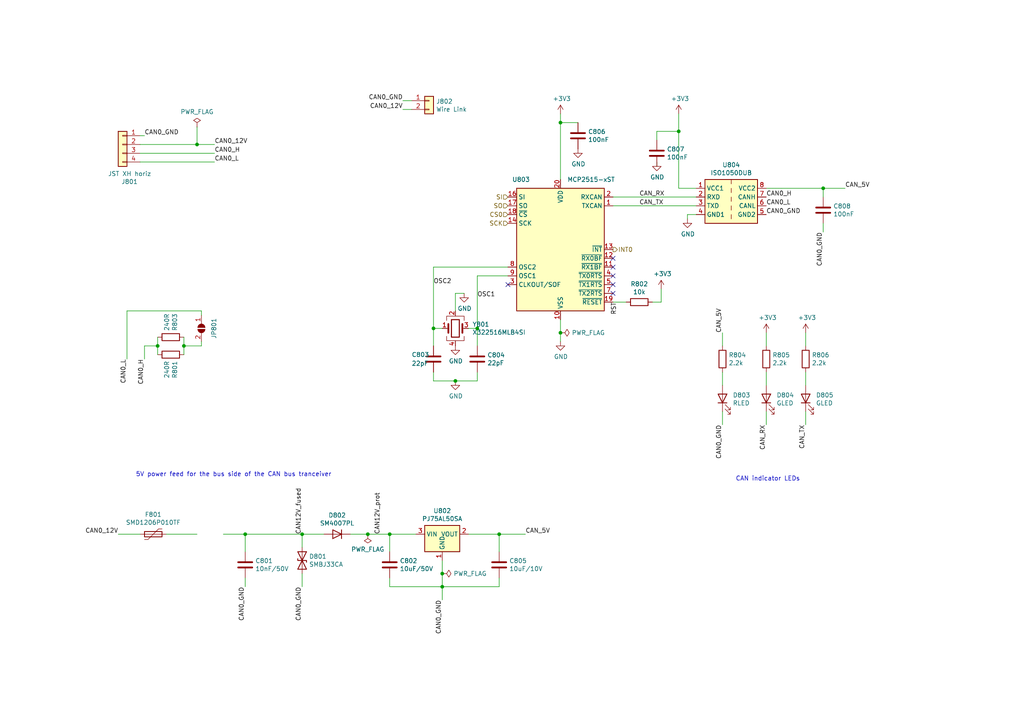
<source format=kicad_sch>
(kicad_sch (version 20210621) (generator eeschema)
  (paper "A4")
  (title_block (title "Sailor Hat for Raspberry Pi") (date "2021-08-19") (rev "v1.0.1") (company "Hat Labs Ltd") (comment 1 "https://creativecommons.org/licenses/by/4.0") (comment 2 "To view a copy of this license, visit ") (comment 3 "Sailor Hat for Raspberry Pi is licensed under CC BY 4.0."))
  (lib_symbols
    (symbol "Connector_Generic:Conn_01x02" (pin_names (offset 1.016) hide)
      (property "Reference" "J" (at 0 2.54 0))
      (property "Value" "Conn_01x02" (at 0 -5.08 0))
      (symbol "Conn_01x02_1_1"
        (rectangle (start -1.27 -2.413) (end 0 -2.667) (stroke (width 0.1524)))
        (rectangle (start -1.27 0.127) (end 0 -0.127) (stroke (width 0.1524)))
        (rectangle (start -1.27 1.27) (end 1.27 -3.81) (stroke (width 0.254)) (fill (type background)))
        (pin passive line (at -5.08 0 0) (length 3.81) (name "Pin_1") (number "1"))
        (pin passive line (at -5.08 -2.54 0) (length 3.81) (name "Pin_2") (number "2"))
      )
    )
    (symbol "Connector_Generic:Conn_01x04" (pin_names (offset 1.016) hide)
      (property "Reference" "J" (at 0 5.08 0))
      (property "Value" "Conn_01x04" (at 0 -7.62 0))
      (symbol "Conn_01x04_1_1"
        (rectangle (start -1.27 -4.953) (end 0 -5.207) (stroke (width 0.1524)))
        (rectangle (start -1.27 -2.413) (end 0 -2.667) (stroke (width 0.1524)))
        (rectangle (start -1.27 0.127) (end 0 -0.127) (stroke (width 0.1524)))
        (rectangle (start -1.27 2.667) (end 0 2.413) (stroke (width 0.1524)))
        (rectangle (start -1.27 3.81) (end 1.27 -6.35) (stroke (width 0.254)) (fill (type background)))
        (pin passive line (at -5.08 2.54 0) (length 3.81) (name "Pin_1") (number "1"))
        (pin passive line (at -5.08 0 0) (length 3.81) (name "Pin_2") (number "2"))
        (pin passive line (at -5.08 -2.54 0) (length 3.81) (name "Pin_3") (number "3"))
        (pin passive line (at -5.08 -5.08 0) (length 3.81) (name "Pin_4") (number "4"))
      )
    )
    (symbol "Device:C" (pin_numbers hide) (pin_names (offset 0.254))
      (property "Reference" "C" (at 0.635 2.54 0))
      (property "Value" "C" (at 0.635 -2.54 0))
      (symbol "C_0_1"
        (polyline (pts (xy -2.032 -0.762) (xy 2.032 -0.762)) (stroke (width 0.508)))
        (polyline (pts (xy -2.032 0.762) (xy 2.032 0.762)) (stroke (width 0.508)))
      )
      (symbol "C_1_1"
        (pin passive line (at 0 3.81 270) (length 2.794) (name "~") (number "1"))
        (pin passive line (at 0 -3.81 90) (length 2.794) (name "~") (number "2"))
      )
    )
    (symbol "Device:Crystal_GND24" (pin_names (offset 1.016) hide)
      (property "Reference" "Y" (at 3.175 5.08 0))
      (property "Value" "Crystal_GND24" (at 3.175 3.175 0))
      (symbol "Crystal_GND24_0_1"
        (rectangle (start -1.143 2.54) (end 1.143 -2.54) (stroke (width 0.3048)))
        (polyline (pts (xy -2.54 0) (xy -2.032 0)))
        (polyline (pts (xy -2.032 -1.27) (xy -2.032 1.27)) (stroke (width 0.508)))
        (polyline (pts (xy 0 -3.81) (xy 0 -3.556)))
        (polyline (pts (xy 0 3.556) (xy 0 3.81)))
        (polyline (pts (xy 2.032 -1.27) (xy 2.032 1.27)) (stroke (width 0.508)))
        (polyline (pts (xy 2.032 0) (xy 2.54 0)))
        (polyline (pts (xy -2.54 -2.286) (xy -2.54 -3.556) (xy 2.54 -3.556) (xy 2.54 -2.286)))
        (polyline (pts (xy -2.54 2.286) (xy -2.54 3.556) (xy 2.54 3.556) (xy 2.54 2.286)))
      )
      (symbol "Crystal_GND24_1_1"
        (pin passive line (at -3.81 0 0) (length 1.27) (name "1") (number "1"))
        (pin passive line (at 0 5.08 270) (length 1.27) (name "2") (number "2"))
        (pin passive line (at 3.81 0 180) (length 1.27) (name "3") (number "3"))
        (pin passive line (at 0 -5.08 90) (length 1.27) (name "4") (number "4"))
      )
    )
    (symbol "Device:D" (pin_numbers hide) (pin_names (offset 1.016) hide)
      (property "Reference" "D" (at 0 2.54 0))
      (property "Value" "D" (at 0 -2.54 0))
      (symbol "D_0_1"
        (polyline (pts (xy -1.27 1.27) (xy -1.27 -1.27)) (stroke (width 0.254)))
        (polyline (pts (xy 1.27 0) (xy -1.27 0)))
        (polyline (pts (xy 1.27 1.27) (xy 1.27 -1.27) (xy -1.27 0) (xy 1.27 1.27)) (stroke (width 0.254)))
      )
      (symbol "D_1_1"
        (pin passive line (at -3.81 0 0) (length 2.54) (name "K") (number "1"))
        (pin passive line (at 3.81 0 180) (length 2.54) (name "A") (number "2"))
      )
    )
    (symbol "Device:D_TVS" (pin_numbers hide) (pin_names (offset 1.016) hide)
      (property "Reference" "D" (at 0 2.54 0))
      (property "Value" "D_TVS" (at 0 -2.54 0))
      (symbol "D_TVS_0_1"
        (polyline (pts (xy 1.27 0) (xy -1.27 0)))
        (polyline (pts (xy 0.508 1.27) (xy 0 1.27) (xy 0 -1.27) (xy -0.508 -1.27)) (stroke (width 0.254)))
        (polyline (pts (xy -2.54 1.27) (xy -2.54 -1.27) (xy 2.54 1.27) (xy 2.54 -1.27) (xy -2.54 1.27)) (stroke (width 0.254)))
      )
      (symbol "D_TVS_1_1"
        (pin passive line (at -3.81 0 0) (length 2.54) (name "A1") (number "1"))
        (pin passive line (at 3.81 0 180) (length 2.54) (name "A2") (number "2"))
      )
    )
    (symbol "Device:LED" (pin_numbers hide) (pin_names (offset 1.016) hide)
      (property "Reference" "D" (at 0 2.54 0))
      (property "Value" "LED" (at 0 -2.54 0))
      (symbol "LED_0_1"
        (polyline (pts (xy -1.27 -1.27) (xy -1.27 1.27)) (stroke (width 0.254)))
        (polyline (pts (xy -1.27 0) (xy 1.27 0)))
        (polyline (pts (xy 1.27 -1.27) (xy 1.27 1.27) (xy -1.27 0) (xy 1.27 -1.27)) (stroke (width 0.254)))
        (polyline (pts (xy -3.048 -0.762) (xy -4.572 -2.286) (xy -3.81 -2.286) (xy -4.572 -2.286) (xy -4.572 -1.524)))
        (polyline (pts (xy -1.778 -0.762) (xy -3.302 -2.286) (xy -2.54 -2.286) (xy -3.302 -2.286) (xy -3.302 -1.524)))
      )
      (symbol "LED_1_1"
        (pin passive line (at -3.81 0 0) (length 2.54) (name "K") (number "1"))
        (pin passive line (at 3.81 0 180) (length 2.54) (name "A") (number "2"))
      )
    )
    (symbol "Device:Polyfuse" (pin_numbers hide) (pin_names (offset 0))
      (property "Reference" "F" (at -2.54 0 90))
      (property "Value" "Polyfuse" (at 2.54 0 90))
      (symbol "Polyfuse_0_1"
        (rectangle (start -0.762 2.54) (end 0.762 -2.54) (stroke (width 0.254)))
        (polyline (pts (xy 0 2.54) (xy 0 -2.54)))
        (polyline (pts (xy -1.524 2.54) (xy -1.524 1.524) (xy 1.524 -1.524) (xy 1.524 -2.54)))
      )
      (symbol "Polyfuse_1_1"
        (pin passive line (at 0 3.81 270) (length 1.27) (name "~") (number "1"))
        (pin passive line (at 0 -3.81 90) (length 1.27) (name "~") (number "2"))
      )
    )
    (symbol "Device:R" (pin_numbers hide) (pin_names (offset 0))
      (property "Reference" "R" (at 2.032 0 90))
      (property "Value" "R" (at 0 0 90))
      (symbol "R_0_1"
        (rectangle (start -1.016 -2.54) (end 1.016 2.54) (stroke (width 0.254)))
      )
      (symbol "R_1_1"
        (pin passive line (at 0 3.81 270) (length 1.27) (name "~") (number "1"))
        (pin passive line (at 0 -3.81 90) (length 1.27) (name "~") (number "2"))
      )
    )
    (symbol "Interface_CAN_LIN:ISO1050DUB"
      (property "Reference" "U" (at -6.35 6.35 0))
      (property "Value" "ISO1050DUB" (at 2.54 6.35 0))
      (symbol "ISO1050DUB_0_1"
        (rectangle (start -7.62 5.08) (end 7.62 -7.62) (stroke (width 0.254)) (fill (type background)))
        (polyline (pts (xy 0 -5.08) (xy 0 -6.35)))
        (polyline (pts (xy 0 -2.54) (xy 0 -3.81)))
        (polyline (pts (xy 0 0) (xy 0 -1.27)))
        (polyline (pts (xy 0 2.54) (xy 0 1.27)))
        (polyline (pts (xy 0 5.08) (xy 0 3.81)))
      )
      (symbol "ISO1050DUB_1_1"
        (pin power_in line (at -10.16 2.54 0) (length 2.54) (name "VCC1") (number "1"))
        (pin output line (at -10.16 0 0) (length 2.54) (name "RXD") (number "2"))
        (pin input line (at -10.16 -2.54 0) (length 2.54) (name "TXD") (number "3"))
        (pin power_in line (at -10.16 -5.08 0) (length 2.54) (name "GND1") (number "4"))
        (pin power_in line (at 10.16 -5.08 180) (length 2.54) (name "GND2") (number "5"))
        (pin bidirectional line (at 10.16 -2.54 180) (length 2.54) (name "CANL") (number "6"))
        (pin bidirectional line (at 10.16 0 180) (length 2.54) (name "CANH") (number "7"))
        (pin power_in line (at 10.16 2.54 180) (length 2.54) (name "VCC2") (number "8"))
      )
    )
    (symbol "Interface_CAN_LIN:MCP2515-xST"
      (property "Reference" "U" (at -10.16 19.685 0))
      (property "Value" "MCP2515-xST" (at 19.05 20.32 0))
      (symbol "MCP2515-xST_0_1"
        (rectangle (start -12.7 17.78) (end 12.7 -17.78) (stroke (width 0.254)) (fill (type background)))
      )
      (symbol "MCP2515-xST_1_1"
        (pin output line (at 15.24 12.7 180) (length 2.54) (name "TXCAN") (number "1"))
        (pin power_in line (at 0 -20.32 90) (length 2.54) (name "VSS") (number "10"))
        (pin output line (at 15.24 -5.08 180) (length 2.54) (name "~{RX1BF}") (number "11"))
        (pin output line (at 15.24 -2.54 180) (length 2.54) (name "~{RX0BF}") (number "12"))
        (pin output line (at 15.24 0 180) (length 2.54) (name "~{INT}") (number "13"))
        (pin input line (at -15.24 7.62 0) (length 2.54) (name "SCK") (number "14"))
        (pin no_connect line (at -12.7 -2.54 0) (length 2.54) hide (name "NC") (number "15"))
        (pin input line (at -15.24 15.24 0) (length 2.54) (name "SI") (number "16"))
        (pin output line (at -15.24 12.7 0) (length 2.54) (name "SO") (number "17"))
        (pin input line (at -15.24 10.16 0) (length 2.54) (name "~{CS}") (number "18"))
        (pin input line (at 15.24 -15.24 180) (length 2.54) (name "~{RESET}") (number "19"))
        (pin input line (at 15.24 15.24 180) (length 2.54) (name "RXCAN") (number "2"))
        (pin power_in line (at 0 20.32 270) (length 2.54) (name "VDD") (number "20"))
        (pin output line (at -15.24 -10.16 0) (length 2.54) (name "CLKOUT/SOF") (number "3"))
        (pin input line (at 15.24 -7.62 180) (length 2.54) (name "~{TX0RTS}") (number "4"))
        (pin input line (at 15.24 -10.16 180) (length 2.54) (name "~{TX1RTS}") (number "5"))
        (pin no_connect line (at -12.7 0 0) (length 2.54) hide (name "NC") (number "6"))
        (pin input line (at 15.24 -12.7 180) (length 2.54) (name "~{TX2RTS}") (number "7"))
        (pin output line (at -15.24 -5.08 0) (length 2.54) (name "OSC2") (number "8"))
        (pin input line (at -15.24 -7.62 0) (length 2.54) (name "OSC1") (number "9"))
      )
    )
    (symbol "Jumper:SolderJumper_2_Open" (pin_names (offset 0) hide)
      (property "Reference" "JP" (at 0 2.032 0))
      (property "Value" "SolderJumper_2_Open" (at 0 -2.54 0))
      (symbol "SolderJumper_2_Open_0_1"
        (arc (start -0.254 1.016) (mid -1.27 0) (end -0.254 -1.016))
        (arc (start -0.254 1.016) (mid -1.27 0) (end -0.254 -1.016) (fill (type outline)))
        (polyline (pts (xy -0.254 1.016) (xy -0.254 -1.016)))
        (polyline (pts (xy 0.254 1.016) (xy 0.254 -1.016)))
        (arc (start 0.254 -1.016) (mid 1.27 0) (end 0.254 1.016))
        (arc (start 0.254 -1.016) (mid 1.27 0) (end 0.254 1.016) (fill (type outline)))
      )
      (symbol "SolderJumper_2_Open_1_1"
        (pin passive line (at -3.81 0 0) (length 2.54) (name "A") (number "1"))
        (pin passive line (at 3.81 0 180) (length 2.54) (name "B") (number "2"))
      )
    )
    (symbol "SH-RPi:HT75xx-1-SOT23"
      (property "Reference" "U" (at -5.08 -3.81 0))
      (property "Value" "HT75xx-1-SOT23" (at 0 6.35 0))
      (symbol "HT75xx-1-SOT23_0_1"
        (rectangle (start -5.08 5.08) (end 5.08 -2.54) (stroke (width 0.254)) (fill (type background)))
      )
      (symbol "HT75xx-1-SOT23_1_1"
        (pin power_in line (at 0 -5.08 90) (length 2.54) (name "GND") (number "1"))
        (pin power_out line (at 7.62 2.54 180) (length 2.54) (name "VOUT") (number "2"))
        (pin power_in line (at -7.62 2.54 0) (length 2.54) (name "VIN") (number "3"))
      )
    )
    (symbol "power:+3.3V" (power) (pin_names (offset 0))
      (property "Value" "+3.3V" (at 0 3.556 0))
      (symbol "+3.3V_0_1"
        (polyline (pts (xy -0.762 1.27) (xy 0 2.54)))
        (polyline (pts (xy 0 0) (xy 0 2.54)))
        (polyline (pts (xy 0 2.54) (xy 0.762 1.27)))
      )
      (symbol "+3.3V_1_1"
        (pin power_in line (at 0 0 90) (length 0) hide (name "+3V3") (number "1"))
      )
    )
    (symbol "power:GND" (power) (pin_names (offset 0))
      (property "Value" "GND" (at 0 -3.81 0))
      (symbol "GND_0_1"
        (polyline (pts (xy 0 0) (xy 0 -1.27) (xy 1.27 -1.27) (xy 0 -2.54) (xy -1.27 -1.27) (xy 0 -1.27)))
      )
      (symbol "GND_1_1"
        (pin power_in line (at 0 0 270) (length 0) hide (name "GND") (number "1"))
      )
    )
    (symbol "power:PWR_FLAG" (power) (pin_numbers hide) (pin_names (offset 0) hide)
      (property "Value" "PWR_FLAG" (at 0 3.81 0))
      (symbol "PWR_FLAG_0_0"
        (pin power_out line (at 0 0 90) (length 0) (name "pwr") (number "1"))
      )
      (symbol "PWR_FLAG_0_1"
        (polyline (pts (xy 0 0) (xy 0 1.27) (xy -1.016 1.905) (xy 0 2.54) (xy 1.016 1.905) (xy 0 1.27)))
      )
    )
  )
  (junction (at 45.72 100.33))
  (junction (at 53.34 100.33))
  (junction (at 57.15 41.91))
  (junction (at 71.12 154.94))
  (junction (at 87.63 154.94))
  (junction (at 106.68 154.94))
  (junction (at 113.03 154.94))
  (junction (at 125.73 95.25))
  (junction (at 128.27 166.37))
  (junction (at 128.27 170.18))
  (junction (at 132.08 110.49))
  (junction (at 138.43 95.25))
  (junction (at 144.78 154.94))
  (junction (at 162.56 35.56))
  (junction (at 162.56 96.52))
  (junction (at 196.85 38.1))
  (junction (at 238.76 54.61))
  (no_connect (at 147.32 82.55))
  (no_connect (at 177.8 74.93))
  (no_connect (at 177.8 77.47))
  (no_connect (at 177.8 80.01))
  (no_connect (at 177.8 82.55))
  (no_connect (at 177.8 85.09))
  (wire (pts (xy 34.29 154.94) (xy 40.64 154.94)))
  (wire (pts (xy 36.83 90.17) (xy 36.83 104.14)))
  (wire (pts (xy 40.64 39.37) (xy 41.91 39.37)))
  (wire (pts (xy 40.64 41.91) (xy 57.15 41.91)))
  (wire (pts (xy 40.64 44.45) (xy 62.23 44.45)))
  (wire (pts (xy 40.64 46.99) (xy 62.23 46.99)))
  (wire (pts (xy 41.91 104.14) (xy 41.91 100.33)))
  (wire (pts (xy 45.72 100.33) (xy 41.91 100.33)))
  (wire (pts (xy 45.72 100.33) (xy 45.72 97.79)))
  (wire (pts (xy 45.72 102.87) (xy 45.72 100.33)))
  (wire (pts (xy 48.26 154.94) (xy 57.15 154.94)))
  (wire (pts (xy 53.34 100.33) (xy 53.34 97.79)))
  (wire (pts (xy 53.34 100.33) (xy 58.42 100.33)))
  (wire (pts (xy 53.34 102.87) (xy 53.34 100.33)))
  (wire (pts (xy 57.15 41.91) (xy 57.15 36.83)))
  (wire (pts (xy 57.15 41.91) (xy 62.23 41.91)))
  (wire (pts (xy 58.42 90.17) (xy 36.83 90.17)))
  (wire (pts (xy 58.42 90.17) (xy 58.42 91.44)))
  (wire (pts (xy 58.42 100.33) (xy 58.42 99.06)))
  (wire (pts (xy 64.77 154.94) (xy 71.12 154.94)))
  (wire (pts (xy 71.12 154.94) (xy 87.63 154.94)))
  (wire (pts (xy 71.12 160.02) (xy 71.12 154.94)))
  (wire (pts (xy 71.12 167.64) (xy 71.12 170.18)))
  (wire (pts (xy 87.63 154.94) (xy 93.98 154.94)))
  (wire (pts (xy 87.63 158.75) (xy 87.63 154.94)))
  (wire (pts (xy 87.63 166.37) (xy 87.63 170.18)))
  (wire (pts (xy 101.6 154.94) (xy 106.68 154.94)))
  (wire (pts (xy 106.68 154.94) (xy 113.03 154.94)))
  (wire (pts (xy 113.03 154.94) (xy 120.65 154.94)))
  (wire (pts (xy 113.03 160.02) (xy 113.03 154.94)))
  (wire (pts (xy 113.03 167.64) (xy 113.03 170.18)))
  (wire (pts (xy 113.03 170.18) (xy 128.27 170.18)))
  (wire (pts (xy 119.38 29.21) (xy 116.84 29.21)))
  (wire (pts (xy 119.38 31.75) (xy 116.84 31.75)))
  (wire (pts (xy 125.73 77.47) (xy 125.73 95.25)))
  (wire (pts (xy 125.73 95.25) (xy 125.73 100.33)))
  (wire (pts (xy 125.73 95.25) (xy 128.27 95.25)))
  (wire (pts (xy 125.73 107.95) (xy 125.73 110.49)))
  (wire (pts (xy 125.73 110.49) (xy 132.08 110.49)))
  (wire (pts (xy 128.27 166.37) (xy 128.27 162.56)))
  (wire (pts (xy 128.27 170.18) (xy 128.27 166.37)))
  (wire (pts (xy 128.27 170.18) (xy 144.78 170.18)))
  (wire (pts (xy 128.27 173.99) (xy 128.27 170.18)))
  (wire (pts (xy 132.08 85.09) (xy 134.62 85.09)))
  (wire (pts (xy 132.08 90.17) (xy 132.08 85.09)))
  (wire (pts (xy 132.08 110.49) (xy 138.43 110.49)))
  (wire (pts (xy 135.89 95.25) (xy 138.43 95.25)))
  (wire (pts (xy 135.89 154.94) (xy 144.78 154.94)))
  (wire (pts (xy 138.43 80.01) (xy 138.43 95.25)))
  (wire (pts (xy 138.43 80.01) (xy 147.32 80.01)))
  (wire (pts (xy 138.43 95.25) (xy 138.43 100.33)))
  (wire (pts (xy 138.43 110.49) (xy 138.43 107.95)))
  (wire (pts (xy 144.78 160.02) (xy 144.78 154.94)))
  (wire (pts (xy 144.78 170.18) (xy 144.78 167.64)))
  (wire (pts (xy 147.32 77.47) (xy 125.73 77.47)))
  (wire (pts (xy 152.4 154.94) (xy 144.78 154.94)))
  (wire (pts (xy 162.56 33.02) (xy 162.56 35.56)))
  (wire (pts (xy 162.56 35.56) (xy 162.56 52.07)))
  (wire (pts (xy 162.56 96.52) (xy 162.56 92.71)))
  (wire (pts (xy 162.56 99.06) (xy 162.56 96.52)))
  (wire (pts (xy 167.64 35.56) (xy 162.56 35.56)))
  (wire (pts (xy 177.8 57.15) (xy 201.93 57.15)))
  (wire (pts (xy 177.8 59.69) (xy 201.93 59.69)))
  (wire (pts (xy 181.61 87.63) (xy 177.8 87.63)))
  (wire (pts (xy 190.5 38.1) (xy 196.85 38.1)))
  (wire (pts (xy 190.5 40.64) (xy 190.5 38.1)))
  (wire (pts (xy 190.5 48.26) (xy 190.5 46.99)))
  (wire (pts (xy 191.77 83.82) (xy 191.77 87.63)))
  (wire (pts (xy 191.77 87.63) (xy 189.23 87.63)))
  (wire (pts (xy 196.85 33.02) (xy 196.85 38.1)))
  (wire (pts (xy 196.85 38.1) (xy 196.85 54.61)))
  (wire (pts (xy 196.85 54.61) (xy 201.93 54.61)))
  (wire (pts (xy 199.39 62.23) (xy 201.93 62.23)))
  (wire (pts (xy 199.39 63.5) (xy 199.39 62.23)))
  (wire (pts (xy 209.55 96.52) (xy 209.55 100.33)))
  (wire (pts (xy 209.55 107.95) (xy 209.55 111.76)))
  (wire (pts (xy 209.55 119.38) (xy 209.55 123.19)))
  (wire (pts (xy 222.25 100.33) (xy 222.25 96.52)))
  (wire (pts (xy 222.25 111.76) (xy 222.25 107.95)))
  (wire (pts (xy 222.25 123.19) (xy 222.25 119.38)))
  (wire (pts (xy 233.68 96.52) (xy 233.68 100.33)))
  (wire (pts (xy 233.68 111.76) (xy 233.68 107.95)))
  (wire (pts (xy 233.68 123.19) (xy 233.68 119.38)))
  (wire (pts (xy 238.76 54.61) (xy 222.25 54.61)))
  (wire (pts (xy 238.76 57.15) (xy 238.76 54.61)))
  (wire (pts (xy 238.76 67.31) (xy 238.76 64.77)))
  (wire (pts (xy 245.11 54.61) (xy 238.76 54.61)))
  (text "5V power feed for the bus side of the CAN bus tranceiver" (at 39.37 138.43 0) (effects (font (size 1.27 1.27)) (justify left bottom)))
  (text "CAN indicator LEDs" (at 213.36 139.7 0) (effects (font (size 1.27 1.27)) (justify left bottom)))
  (label "CAN0_12V" (at 34.29 154.94 180))
  (label "CAN0_L" (at 36.83 104.14 270))
  (label "CAN0_GND" (at 41.91 39.37 0))
  (label "CAN0_H" (at 41.91 104.14 270))
  (label "CAN0_12V" (at 62.23 41.91 0))
  (label "CAN0_H" (at 62.23 44.45 0))
  (label "CAN0_L" (at 62.23 46.99 0))
  (label "CAN0_GND" (at 71.12 170.18 270))
  (label "CAN12V_fused" (at 87.63 154.94 90))
  (label "CAN0_GND" (at 87.63 170.18 270))
  (label "CAN12V_prot" (at 110.49 154.94 90))
  (label "CAN0_GND" (at 116.84 29.21 180))
  (label "CAN0_12V" (at 116.84 31.75 180))
  (label "OSC2" (at 125.73 82.55 0))
  (label "CAN0_GND" (at 128.27 173.99 270))
  (label "OSC1" (at 138.43 86.36 0))
  (label "CAN_5V" (at 152.4 154.94 0))
  (label "RST" (at 179.07 87.63 270))
  (label "CAN_RX" (at 185.42 57.15 0))
  (label "CAN_TX" (at 185.42 59.69 0))
  (label "CAN_5V" (at 209.55 96.52 90))
  (label "CAN0_GND" (at 209.55 123.19 270))
  (label "CAN0_H" (at 222.25 57.15 0))
  (label "CAN0_L" (at 222.25 59.69 0))
  (label "CAN0_GND" (at 222.25 62.23 0))
  (label "CAN_RX" (at 222.25 123.19 270))
  (label "CAN_TX" (at 233.68 123.19 270))
  (label "CAN0_GND" (at 238.76 67.31 270))
  (label "CAN_5V" (at 245.11 54.61 0))
  (hierarchical_label "SI" (shape input) (at 147.32 57.15 180))
  (hierarchical_label "SO" (shape input) (at 147.32 59.69 180))
  (hierarchical_label "CS0" (shape input) (at 147.32 62.23 180))
  (hierarchical_label "SCK" (shape input) (at 147.32 64.77 180))
  (hierarchical_label "INT0" (shape output) (at 177.8 72.39 0))
  (symbol (lib_id "power:+3.3V") (at 162.56 33.02 0) (unit 1)
    (property "Reference" "#PWR0106" (effects hide))
    (property "Value" "+3.3V" (at 162.941 28.6258 0))
  )
  (symbol (lib_id "power:+3.3V") (at 191.77 83.82 0) (unit 1)
    (property "Reference" "#PWR0105" (effects hide))
    (property "Value" "+3.3V" (at 192.151 79.4258 0))
  )
  (symbol (lib_id "power:+3.3V") (at 196.85 33.02 0) (unit 1)
    (property "Reference" "#PWR0107" (effects hide))
    (property "Value" "+3.3V" (at 197.231 28.6258 0))
  )
  (symbol (lib_id "power:+3.3V") (at 222.25 96.52 0) (unit 1)
    (property "Reference" "#PWR0808" (effects hide))
    (property "Value" "+3.3V" (at 222.631 92.1258 0))
  )
  (symbol (lib_id "power:+3.3V") (at 233.68 96.52 0) (unit 1)
    (property "Reference" "#PWR0809" (effects hide))
    (property "Value" "+3.3V" (at 234.061 92.1258 0))
  )
  (symbol (lib_id "power:PWR_FLAG") (at 57.15 36.83 0)
    (property "Reference" "#FLG0801" (effects hide))
    (property "Value" "PWR_FLAG" (at 57.15 32.4358 0))
  )
  (symbol (lib_id "power:PWR_FLAG") (at 106.68 154.94 180)
    (property "Reference" "#FLG0802" (effects hide))
    (property "Value" "PWR_FLAG" (at 106.68 159.3342 0))
  )
  (symbol (lib_id "power:PWR_FLAG") (at 128.27 166.37 270)
    (property "Reference" "#FLG0803" (effects hide))
    (property "Value" "PWR_FLAG" (at 131.5212 166.37 90) (effects (justify left)))
  )
  (symbol (lib_id "power:PWR_FLAG") (at 162.56 96.52 270) (unit 1)
    (property "Reference" "#FLG0101" (effects hide))
    (property "Value" "PWR_FLAG" (at 165.8112 96.52 90) (effects (justify left)))
  )
  (symbol (lib_id "power:GND") (at 132.08 100.33 0) (unit 1)
    (property "Reference" "#PWR0801" (effects hide))
    (property "Value" "GND" (at 132.207 104.7242 0))
  )
  (symbol (lib_id "power:GND") (at 132.08 110.49 0) (unit 1)
    (property "Reference" "#PWR0802" (effects hide))
    (property "Value" "GND" (at 132.207 114.8842 0))
  )
  (symbol (lib_id "power:GND") (at 134.62 85.09 0) (unit 1)
    (property "Reference" "#PWR0803" (effects hide))
    (property "Value" "GND" (at 134.747 89.4842 0))
  )
  (symbol (lib_id "power:GND") (at 162.56 99.06 0) (unit 1)
    (property "Reference" "#PWR0804" (effects hide))
    (property "Value" "GND" (at 162.687 103.4542 0))
  )
  (symbol (lib_id "power:GND") (at 167.64 43.18 0) (unit 1)
    (property "Reference" "#PWR0805" (effects hide))
    (property "Value" "GND" (at 167.767 47.5742 0))
  )
  (symbol (lib_id "power:GND") (at 190.5 46.99 0) (unit 1)
    (property "Reference" "#PWR0806" (effects hide))
    (property "Value" "GND" (at 190.627 51.3842 0))
  )
  (symbol (lib_id "power:GND") (at 199.39 63.5 0) (unit 1)
    (property "Reference" "#PWR0807" (effects hide))
    (property "Value" "GND" (at 199.517 67.8942 0))
  )
  (symbol (lib_id "Jumper:SolderJumper_2_Open") (at 58.42 95.25 270) (unit 1)
    (property "Reference" "JP801" (at 62.0522 95.25 0))
    (property "Value" "Term" (effects hide))
    (property "Footprint" "SH-RPi:SolderJumper-2_P1.3mm_Open_TrianglePad_Narrow" (effects hide))
  )
  (symbol (lib_id "Device:R") (at 49.53 97.79 270) (mirror x) (unit 1)
    (property "Reference" "R803" (at 50.6984 96.012 0) (effects (justify left)))
    (property "Value" "240R" (at 48.387 96.012 0) (effects (justify left)))
    (property "Footprint" "Resistor_SMD:R_0805_2012Metric" (effects hide))
    (property "LCSC" "C17572" (effects hide))
  )
  (symbol (lib_id "Device:R") (at 49.53 102.87 270) (unit 1)
    (property "Reference" "R801" (at 50.6984 104.648 0) (effects (justify left)))
    (property "Value" "240R" (at 48.387 104.648 0) (effects (justify left)))
    (property "Footprint" "Resistor_SMD:R_0805_2012Metric" (effects hide))
    (property "LCSC" "C17572" (effects hide))
  )
  (symbol (lib_id "Device:R") (at 185.42 87.63 270) (unit 1)
    (property "Reference" "R802" (at 185.42 82.3722 90))
    (property "Value" "10k" (at 185.42 84.6836 90))
    (property "Footprint" "Resistor_SMD:R_0402_1005Metric" (effects hide))
    (property "LCSC" "C25744" (effects hide))
  )
  (symbol (lib_id "Device:R") (at 209.55 104.14 0)
    (property "Reference" "R804" (at 211.328 102.9716 0) (effects (justify left)))
    (property "Value" "2.2k" (at 211.328 105.283 0) (effects (justify left)))
    (property "Footprint" "Resistor_SMD:R_0402_1005Metric" (effects hide))
    (property "LCSC" "C25879" (effects hide))
  )
  (symbol (lib_id "Device:R") (at 222.25 104.14 0)
    (property "Reference" "R805" (at 224.028 102.9716 0) (effects (justify left)))
    (property "Value" "2.2k" (at 224.028 105.283 0) (effects (justify left)))
    (property "Footprint" "Resistor_SMD:R_0402_1005Metric" (effects hide))
    (property "LCSC" "C25879" (effects hide))
  )
  (symbol (lib_id "Device:R") (at 233.68 104.14 0)
    (property "Reference" "R806" (at 235.458 102.9716 0) (effects (justify left)))
    (property "Value" "2.2k" (at 235.458 105.283 0) (effects (justify left)))
    (property "Footprint" "Resistor_SMD:R_0402_1005Metric" (effects hide))
    (property "LCSC" "C25879" (effects hide))
  )
  (symbol (lib_id "Device:D_TVS") (at 87.63 162.56 270)
    (property "Reference" "D801" (at 89.6366 161.3916 90) (effects (justify left)))
    (property "Value" "SMBJ33CA" (at 89.6366 163.703 90) (effects (justify left)))
    (property "Footprint" "Diode_SMD:D_SMB" (effects hide))
    (property "LCSC" "C114000" (effects hide))
  )
  (symbol (lib_id "Device:D") (at 97.79 154.94 180)
    (property "Reference" "D802" (at 97.79 149.4536 0))
    (property "Value" "SM4007PL" (at 97.79 151.765 0))
    (property "Footprint" "Diode_SMD:D_SOD-123F" (effects hide))
    (property "LCSC" "C64898" (effects hide))
  )
  (symbol (lib_id "Device:Polyfuse") (at 44.45 154.94 270)
    (property "Reference" "F801" (at 44.45 149.225 90))
    (property "Value" "SMD1206P010TF" (at 44.45 151.5364 90))
    (property "Footprint" "Fuse:Fuse_1206_3216Metric" (effects hide))
    (property "LCSC" "C20981" (effects hide))
  )
  (symbol (lib_id "Device:LED") (at 209.55 115.57 90)
    (property "Reference" "D803" (at 212.5218 114.6048 90) (effects (justify right)))
    (property "Value" "RLED" (at 212.5218 116.9162 90) (effects (justify right)))
    (property "Footprint" "LED_SMD:LED_0603_1608Metric" (effects hide))
    (property "LCSC" "C2286" (effects hide))
  )
  (symbol (lib_id "Device:LED") (at 222.25 115.57 90)
    (property "Reference" "D804" (at 225.2218 114.6048 90) (effects (justify right)))
    (property "Value" "GLED" (at 225.2218 116.9162 90) (effects (justify right)))
    (property "Footprint" "LED_SMD:LED_0603_1608Metric" (effects hide))
    (property "LCSC" "C72043" (effects hide))
  )
  (symbol (lib_id "Device:LED") (at 233.68 115.57 90)
    (property "Reference" "D805" (at 236.6518 114.6048 90) (effects (justify right)))
    (property "Value" "GLED" (at 236.6518 116.9162 90) (effects (justify right)))
    (property "Footprint" "LED_SMD:LED_0603_1608Metric" (effects hide))
    (property "LCSC" "C72043" (effects hide))
  )
  (symbol (lib_id "Connector_Generic:Conn_01x02") (at 124.46 29.21 0) (unit 1)
    (property "Reference" "J802" (at 126.492 29.4132 0) (effects (justify left)))
    (property "Value" "Wire Link" (at 126.492 31.7246 0) (effects (justify left)))
    (property "Footprint" "SH-RPi:WireLink_1x02_P2.54mm" (effects hide))
  )
  (symbol (lib_id "Device:C") (at 71.12 163.83 0)
    (property "Reference" "C801" (at 74.041 162.6616 0) (effects (justify left)))
    (property "Value" "10nF/50V" (at 74.041 164.973 0) (effects (justify left)))
    (property "Footprint" "Capacitor_SMD:C_0402_1005Metric" (effects hide))
    (property "LCSC" "C15195" (effects hide))
  )
  (symbol (lib_id "Device:C") (at 113.03 163.83 0)
    (property "Reference" "C802" (at 115.951 162.6616 0) (effects (justify left)))
    (property "Value" "10uF/50V" (at 115.951 164.973 0) (effects (justify left)))
    (property "Footprint" "Capacitor_SMD:C_1206_3216Metric" (effects hide))
    (property "LCSC" "C13585" (effects hide))
  )
  (symbol (lib_id "Device:C") (at 125.73 104.14 0) (unit 1)
    (property "Reference" "C803" (at 119.38 102.87 0) (effects (justify left)))
    (property "Value" "22pF" (at 119.38 105.41 0) (effects (justify left)))
    (property "Footprint" "Capacitor_SMD:C_0402_1005Metric" (effects hide))
    (property "LCSC" "C1555" (effects hide))
  )
  (symbol (lib_id "Device:C") (at 138.43 104.14 0) (unit 1)
    (property "Reference" "C804" (at 141.351 102.9716 0) (effects (justify left)))
    (property "Value" "22pF" (at 141.351 105.283 0) (effects (justify left)))
    (property "Footprint" "Capacitor_SMD:C_0402_1005Metric" (effects hide))
    (property "LCSC" "C1555" (effects hide))
  )
  (symbol (lib_id "Device:C") (at 144.78 163.83 0)
    (property "Reference" "C805" (at 147.701 162.6616 0) (effects (justify left)))
    (property "Value" "10uF/10V" (at 147.701 164.973 0) (effects (justify left)))
    (property "Footprint" "Capacitor_SMD:C_0603_1608Metric" (effects hide))
    (property "LCSC" "C19702" (effects hide))
  )
  (symbol (lib_id "Device:C") (at 167.64 39.37 0)
    (property "Reference" "C806" (at 170.561 38.2016 0) (effects (justify left)))
    (property "Value" "100nF" (at 170.561 40.513 0) (effects (justify left)))
    (property "Footprint" "Capacitor_SMD:C_0402_1005Metric" (effects hide))
    (property "LCSC" "C1525" (effects hide))
  )
  (symbol (lib_id "Device:C") (at 190.5 44.45 0)
    (property "Reference" "C807" (at 193.421 43.2816 0) (effects (justify left)))
    (property "Value" "100nF" (at 193.421 45.593 0) (effects (justify left)))
    (property "Footprint" "Capacitor_SMD:C_0402_1005Metric" (effects hide))
    (property "LCSC" "C1525" (effects hide))
  )
  (symbol (lib_id "Device:C") (at 238.76 60.96 0)
    (property "Reference" "C808" (at 241.681 59.7916 0) (effects (justify left)))
    (property "Value" "100nF" (at 241.681 62.103 0) (effects (justify left)))
    (property "Footprint" "Capacitor_SMD:C_0402_1005Metric" (effects hide))
    (property "LCSC" "C1525" (effects hide))
  )
  (symbol (lib_id "Connector_Generic:Conn_01x04") (at 35.56 41.91 0) (mirror y)
    (property "Reference" "J801" (at 37.592 52.705 0))
    (property "Value" "JST XH horiz" (at 37.592 50.3936 0))
    (property "Footprint" "SH-RPi:Boomelec_XH-4AW_1x04_P2.50mm_Horizontal" (effects hide))
    (property "LCSC" "C21273" (effects hide))
  )
  (symbol (lib_id "Device:Crystal_GND24") (at 132.08 95.25 0) (unit 1)
    (property "Reference" "Y801" (at 137.0076 94.0816 0) (effects (justify left)))
    (property "Value" "X322516MLB4SI" (at 137.0076 96.393 0) (effects (justify left)))
    (property "Footprint" "Crystal:Crystal_SMD_3225-4Pin_3.2x2.5mm" (effects hide))
    (property "LCSC" "C13738" (effects hide))
  )
  (symbol (lib_id "Device:Ferrite_Bead") (at 60.96 154.94 270)
    (property "Reference" "FB801" (at 60.96 147.9804 90))
    (property "Value" "GZ2012D601TF" (at 60.96 150.2918 90))
    (property "Footprint" "Inductor_SMD:L_0805_2012Metric" (effects hide))
    (property "LCSC" "C1017" (effects hide))
  )
  (symbol (lib_id "SH-RPi:HT75xx-1-SOT23") (at 128.27 157.48 0)
    (property "Reference" "U802" (at 128.27 148.1582 0))
    (property "Value" "PJ75AL50SA" (at 128.27 150.4696 0))
    (property "Footprint" "Package_TO_SOT_SMD:SOT-23" (effects hide))
    (property "LCSC" "C411735" (effects hide))
  )
  (symbol (lib_id "Interface_CAN_LIN:ISO1050DUB") (at 212.09 57.15 0) (unit 1)
    (property "Reference" "U804" (at 212.09 47.8282 0))
    (property "Value" "ISO1050DUB" (at 212.09 50.1396 0))
    (property "Footprint" "Package_SO:SOP-8_6.62x9.15mm_P2.54mm" (effects hide))
    (property "Datasheet" "http://www.ti.com/lit/ds/symlink/iso1050.pdf" (effects hide))
    (property "LCSC" "C16428" (effects hide))
  )
  (symbol (lib_id "Interface_CAN_LIN:MCP2515-xST") (at 162.56 72.39 0) (unit 1)
    (property "Reference" "U803" (at 151.13 52.07 0))
    (property "Value" "MCP2515-xST" (at 171.45 52.07 0))
    (property "Footprint" "Package_SO:TSSOP-20_4.4x6.5mm_P0.65mm" (effects hide))
    (property "Datasheet" "http://ww1.microchip.com/downloads/en/DeviceDoc/21801e.pdf" (effects hide))
    (property "LCSC" "C185941" (effects hide))
  )
)
</source>
